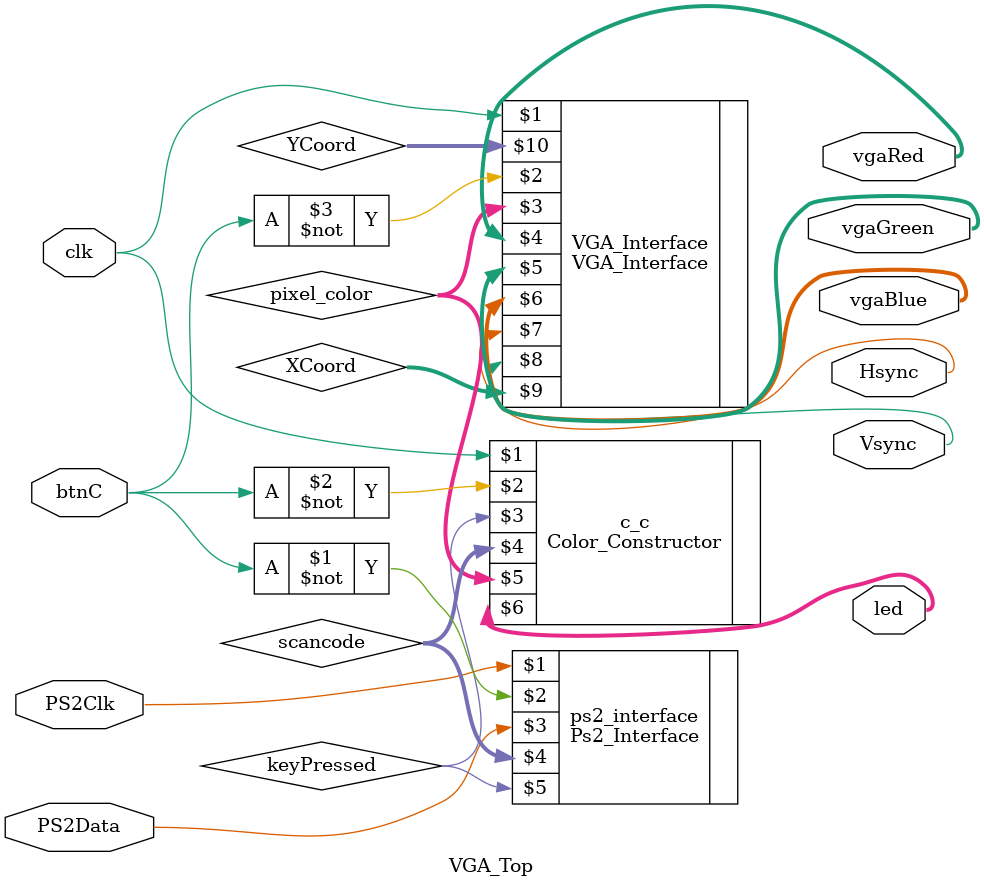
<source format=v>
`timescale 1ns / 1ps


module VGA_Top(clk, PS2Clk, PS2Data, btnC, Hsync, Vsync, vgaRed, vgaGreen, vgaBlue, led );
    input clk,PS2Clk,PS2Data,btnC;

    output wire Hsync, Vsync;
    output wire [3:0] vgaRed;
    output wire [3:0] vgaGreen;
    output wire [3:0] vgaBlue;
    output wire [2:0] led;

    wire keyPressed;
    wire [7:0] scancode;
    wire [11:0] pixel_color;
    wire [9:0] XCoord;
    wire [9:0] YCoord;

    Ps2_Interface ps2_interface (PS2Clk, ~btnC, PS2Data, scancode, keyPressed);
    Color_Constructor c_c (clk, ~btnC, keyPressed, scancode, pixel_color, led);
    VGA_Interface VGA_Interface(clk, ~btnC, pixel_color, vgaRed, vgaGreen, vgaBlue, Hsync, Vsync, XCoord, YCoord);

endmodule

</source>
